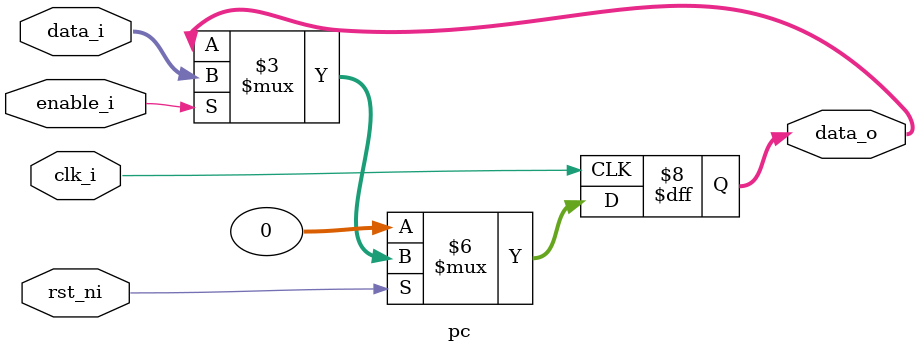
<source format=sv>
module pc( // Program Counter
	input logic [31:0] data_i,
	//input logic WE_i, // Write Enable
	input logic clk_i,
	input logic rst_ni,
	input logic enable_i,
	output logic [31:0] data_o
	);
	
	//logic [31:0] mem;
	//logic [31:0] pc;
	
	//mux2to1_32bit MU0(mem, data_i, WE_i, pc);
	
	always_ff @(posedge clk_i) begin
		//if (WE_i) data_o <= data_i;
		if (~rst_ni) data_o <= 32'b0;
		else if (enable_i) data_o <= data_i;
		//mem <= data_o;
	end
	
endmodule

</source>
